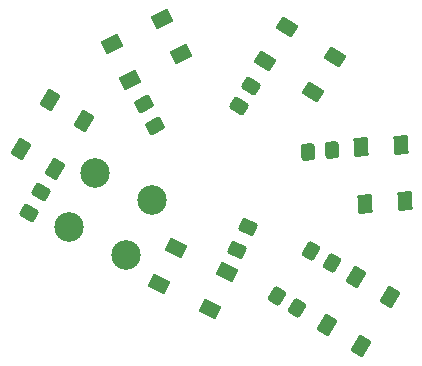
<source format=gbr>
%TF.GenerationSoftware,KiCad,Pcbnew,(7.0.0)*%
%TF.CreationDate,2023-03-21T20:59:30-07:00*%
%TF.ProjectId,Ladder LEDs v1,4c616464-6572-4204-9c45-44732076312e,rev?*%
%TF.SameCoordinates,Original*%
%TF.FileFunction,Soldermask,Bot*%
%TF.FilePolarity,Negative*%
%FSLAX46Y46*%
G04 Gerber Fmt 4.6, Leading zero omitted, Abs format (unit mm)*
G04 Created by KiCad (PCBNEW (7.0.0)) date 2023-03-21 20:59:30*
%MOMM*%
%LPD*%
G01*
G04 APERTURE LIST*
G04 Aperture macros list*
%AMRoundRect*
0 Rectangle with rounded corners*
0 $1 Rounding radius*
0 $2 $3 $4 $5 $6 $7 $8 $9 X,Y pos of 4 corners*
0 Add a 4 corners polygon primitive as box body*
4,1,4,$2,$3,$4,$5,$6,$7,$8,$9,$2,$3,0*
0 Add four circle primitives for the rounded corners*
1,1,$1+$1,$2,$3*
1,1,$1+$1,$4,$5*
1,1,$1+$1,$6,$7*
1,1,$1+$1,$8,$9*
0 Add four rect primitives between the rounded corners*
20,1,$1+$1,$2,$3,$4,$5,0*
20,1,$1+$1,$4,$5,$6,$7,0*
20,1,$1+$1,$6,$7,$8,$9,0*
20,1,$1+$1,$8,$9,$2,$3,0*%
G04 Aperture macros list end*
%ADD10C,2.500000*%
%ADD11RoundRect,0.250000X0.233329X-0.533937X0.580980X0.044651X-0.233329X0.533937X-0.580980X-0.044651X0*%
%ADD12RoundRect,0.078740X-0.887889X-0.059844X0.335437X-0.824263X0.887889X0.059844X-0.335437X0.824263X0*%
%ADD13RoundRect,0.250000X-0.303544X-0.497386X0.369812X-0.450300X0.303544X0.497386X-0.369812X0.450300X0*%
%ADD14RoundRect,0.078740X-0.570303X0.683142X-0.469678X-0.755864X0.570303X-0.683142X0.469678X0.755864X0*%
%ADD15RoundRect,0.250000X-0.287863X0.506623X-0.573130X-0.105135X0.287863X-0.506623X0.573130X0.105135X0*%
%ADD16RoundRect,0.078740X-0.075331X0.886709X-0.818283X-0.349772X0.075331X-0.886709X0.818283X0.349772X0*%
%ADD17RoundRect,0.078740X0.075331X-0.886709X0.818283X0.349772X-0.075331X0.886709X-0.818283X-0.349772X0*%
%ADD18RoundRect,0.078740X0.875407X0.159971X-0.426590X0.780992X-0.875407X-0.159971X0.426590X-0.780992X0*%
%ADD19RoundRect,0.250000X0.223975X-0.537928X0.581671X0.034505X-0.223975X0.537928X-0.581671X-0.034505X0*%
%ADD20RoundRect,0.250000X-0.533937X-0.233329X0.044651X-0.580980X0.533937X0.233329X-0.044651X0.580980X0*%
%ADD21RoundRect,0.078740X-0.406000X-0.791891X0.879294X-0.137001X0.406000X0.791891X-0.879294X0.137001X0*%
%ADD22RoundRect,0.250000X0.576450X-0.085069X0.270006X0.516360X-0.576450X0.085069X-0.270006X-0.516360X0*%
%ADD23RoundRect,0.250000X-0.535281X-0.196150X0.058353X-0.567093X0.535281X0.196150X-0.058353X0.567093X0*%
G04 APERTURE END LIST*
D10*
%TO.C,J3*%
X140983821Y-103772700D03*
X136109861Y-101447940D03*
X138788215Y-108375885D03*
X133914254Y-106051125D03*
%TD*%
D11*
%TO.C,C5*%
X130550011Y-104850008D03*
X131618715Y-103071386D03*
%TD*%
D12*
%TO.C,U3*%
X150579369Y-92006388D03*
X152381094Y-89123024D03*
X156451725Y-91666636D03*
X154650000Y-94550000D03*
%TD*%
D13*
%TO.C,C2*%
X154150003Y-99650003D03*
X156219949Y-99505259D03*
%TD*%
D14*
%TO.C,U2*%
X158658283Y-99287172D03*
X162050000Y-99050000D03*
X162384831Y-103838308D03*
X158993114Y-104075480D03*
%TD*%
D15*
%TO.C,C6*%
X149088466Y-106059706D03*
X148211534Y-107940294D03*
%TD*%
D16*
%TO.C,U1*%
X158228907Y-110217234D03*
X161143276Y-111968363D03*
X158671093Y-116082766D03*
X155756724Y-114331637D03*
%TD*%
D17*
%TO.C,U5*%
X132771093Y-101132766D03*
X129856724Y-99381637D03*
X132328907Y-95267234D03*
X135243276Y-97018363D03*
%TD*%
D18*
%TO.C,U6*%
X147332410Y-109866454D03*
X145868672Y-112935244D03*
X141536262Y-110868790D03*
X143000000Y-107800000D03*
%TD*%
D19*
%TO.C,C3*%
X148300411Y-95809699D03*
X149399993Y-94049999D03*
%TD*%
D20*
%TO.C,C1*%
X154460689Y-108015648D03*
X156239311Y-109084352D03*
%TD*%
D21*
%TO.C,U4*%
X139123168Y-93579154D03*
X137579600Y-90549732D03*
X141856432Y-88370578D03*
X143400000Y-91400000D03*
%TD*%
D22*
%TO.C,C4*%
X141200000Y-97449999D03*
X140257970Y-95601161D03*
%TD*%
D23*
%TO.C,R1*%
X151551952Y-111820081D03*
X153248048Y-112879919D03*
%TD*%
M02*

</source>
